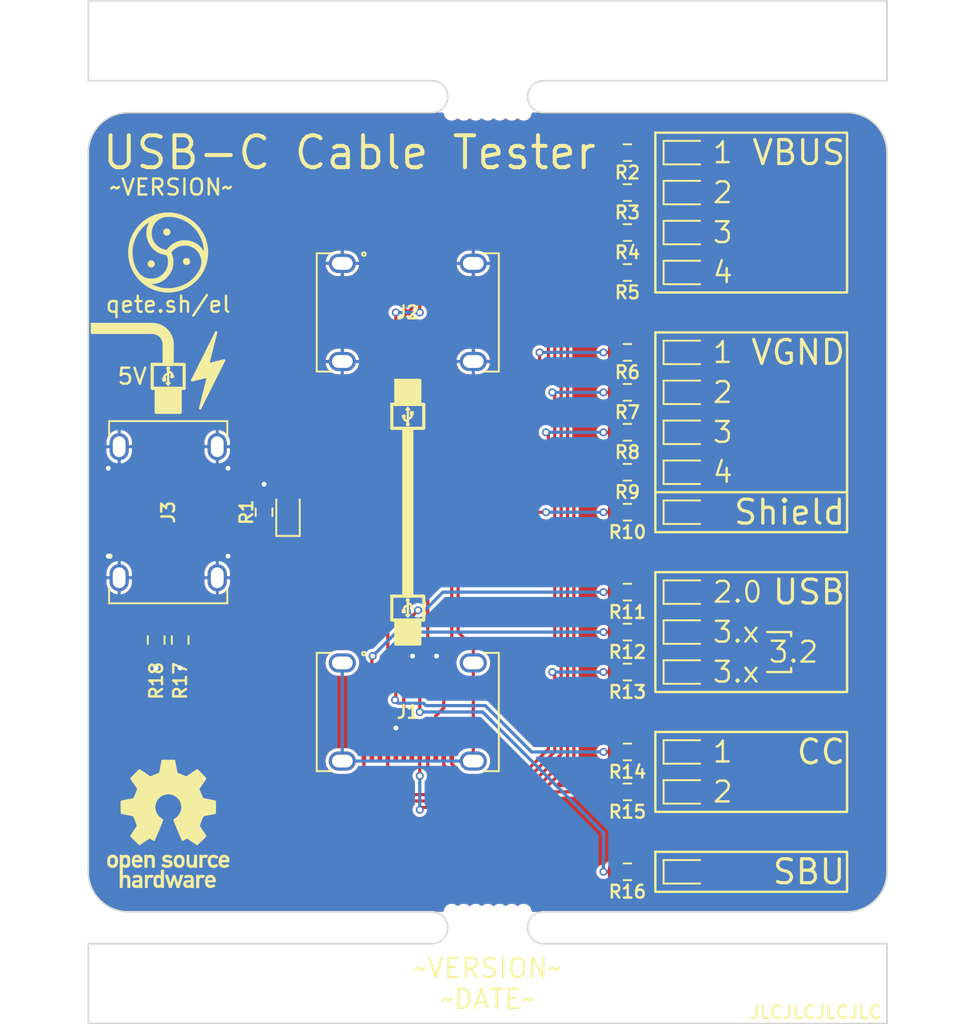
<source format=kicad_pcb>
(kicad_pcb (version 20221018) (generator pcbnew)
  (title_block (title "USB-C Cable Tester") (date "${DATE}") (rev "${VERSION}"))
  (layers (0 "F.Cu" signal) (31 "B.Cu" signal) (34 "B.Paste" user) (35 "F.Paste" user) (36 "B.SilkS" user "B.Silkscreen") (37 "F.SilkS" user "F.Silkscreen") (38 "B.Mask" user) (39 "F.Mask" user) (44 "Edge.Cuts" user))
  (property "DATE" "~DATE~")
  (property "VERSION" "~VERSION~")
  (net 0 "")
  (net 1 "GND")
  (net 2 "+5V")
  (net 3 "Net-(J1-RX1+)")
  (net 4 "Net-(J1-RX2+)")
  (net 5 "/VBUS1")
  (net 6 "/VBUS2")
  (net 7 "/VBUS3")
  (net 8 "/VBUS4")
  (net 9 "/GND1")
  (net 10 "/GND2")
  (net 11 "/GND3")
  (net 12 "/GND4")
  (net 13 "/SHIELD")
  (net 14 "/USB2.0")
  (net 15 "/USB3.0")
  (net 16 "/USB3.2")
  (net 17 "/CC1")
  (net 18 "/CC2")
  (net 19 "/SBU")
  (net 22 "Net-(J3-CC1)")
  (net 30 "Net-(J3-CC2)")
  (net 36 "/TX1+{slash}-")
  (net 37 "/D+{slash}-")
  (net 38 "/SBU1{slash}2")
  (net 39 "/RX2+{slash}-")
  (net 40 "/TX2+{slash}-")
  (net 41 "/RX1+{slash}-")
  (net 42 "Net-(D1-K)")
  (net 43 "Net-(D2-K)")
  (net 44 "Net-(D3-K)")
  (net 45 "Net-(D4-K)")
  (net 46 "Net-(D5-K)")
  (net 47 "Net-(D6-K)")
  (net 48 "Net-(D7-K)")
  (net 49 "Net-(D8-K)")
  (net 50 "Net-(D9-K)")
  (net 51 "Net-(D10-K)")
  (net 52 "Net-(D11-K)")
  (net 53 "Net-(D12-K)")
  (net 54 "Net-(D13-K)")
  (net 55 "Net-(D14-K)")
  (net 56 "Net-(D15-K)")
  (net 57 "Net-(D16-K)")
  (footprint "My_Footprints:USB_C_Receptacle_GT-USB-7028C" (layer "F.Cu") (at 130 100 90)
    (fp_text reference "J3")
    (fp_text value "USB_C_Power")
  )
  (footprint "LED_SMD:LED_0603_1608Metric" (layer "F.Cu") (at 162.5 117.5)
    (fp_text reference "D15" hide)
    (fp_text value "CC2")
  )
  (footprint "My_Footprints:JLCPCB_Tooling_Hole" (layer "F.Cu") (at 172.5 129.5)
    (fp_text reference "REF**" hide)
    (fp_text value "JLCPCB_Tooling_Hole")
  )
  (footprint "My_Footprints:JLCPCB_Tooling_Hole" (layer "F.Cu") (at 127.5 70.5)
    (fp_text reference "REF**" hide)
    (fp_text value "JLCPCB_Tooling_Hole")
  )
  (footprint "Resistor_SMD:R_0603_1608Metric" (layer "F.Cu") (at 158.75 92.5)
    (fp_text reference "R7")
    (fp_text value "1k5")
  )
  (footprint "Resistor_SMD:R_0603_1608Metric" (layer "F.Cu") (at 158.75 80)
    (fp_text reference "R3")
    (fp_text value "1k5")
  )
  (footprint "LED_SMD:LED_0603_1608Metric" (layer "F.Cu") (at 162.5 82.5)
    (fp_text reference "D4" hide)
    (fp_text value "VBUS3")
  )
  (footprint "LED_SMD:LED_0603_1608Metric" (layer "F.Cu") (at 162.5 115)
    (fp_text reference "D14" hide)
    (fp_text value "CC1")
  )
  (footprint "Resistor_SMD:R_0603_1608Metric" (layer "F.Cu") (at 158.75 107.5)
    (fp_text reference "R12")
    (fp_text value "1k5")
  )
  (footprint "My_Footprints:USB_C_Receptacle_GT-USB-7028C" (layer "F.Cu") (at 145 112.5)
    (fp_text reference "J1")
    (fp_text value "USB_C_IN")
  )
  (footprint "Resistor_SMD:R_0603_1608Metric" (layer "F.Cu") (at 158.75 85)
    (fp_text reference "R5")
    (fp_text value "1k5")
  )
  (footprint "LED_SMD:LED_0603_1608Metric" (layer "F.Cu") (at 162.5 85)
    (fp_text reference "D5" hide)
    (fp_text value "VBUS4")
  )
  (footprint "Resistor_SMD:R_0603_1608Metric" (layer "F.Cu") (at 158.75 95)
    (fp_text reference "R8")
    (fp_text value "1k5")
  )
  (footprint "Resistor_SMD:R_0603_1608Metric" (layer "F.Cu") (at 129.25 108 -90)
    (fp_text reference "R18")
    (fp_text value "5k1")
  )
  (footprint "Resistor_SMD:R_0603_1608Metric" (layer "F.Cu") (at 130.75 108 -90)
    (fp_text reference "R17")
    (fp_text value "5k1")
  )
  (footprint "Resistor_SMD:R_0603_1608Metric" (layer "F.Cu") (at 158.75 117.5)
    (fp_text reference "R15")
    (fp_text value "1k5")
  )
  (footprint "LED_SMD:LED_0603_1608Metric" (layer "F.Cu") (at 162.5 100)
    (fp_text reference "D10" hide)
    (fp_text value "Shield")
  )
  (footprint "Panelization:mouse-bite-2x5mm-slot-onesided-v2" (layer "F.Cu") (at 150 126)
    (fp_text reference "mouse-bite-2mm-slot" hide)
    (fp_text value "VAL**" hide)
    (fp_arc (start -3.5 -1) (mid -2.5 0) (end -3.5 1) (stroke (width 0.1)) (layer "Edge.Cuts"))
    (fp_arc (start 3.5 1) (mid 2.5 0) (end 3.5 -1) (stroke (width 0.1)) (layer "Edge.Cuts"))
  )
  (footprint "LED_SMD:LED_0603_1608Metric" (layer "F.Cu") (at 162.5 95)
    (fp_text reference "D8" hide)
    (fp_text value "GND3")
  )
  (footprint "Resistor_SMD:R_0603_1608Metric" (layer "F.Cu") (at 158.75 100)
    (fp_text reference "R10")
    (fp_text value "1k5")
  )
  (footprint "LED_SMD:LED_0603_1608Metric" (layer "F.Cu") (at 162.5 90)
    (fp_text reference "D6" hide)
    (fp_text value "GND1")
  )
  (footprint "LED_SMD:LED_0603_1608Metric" (layer "F.Cu") (at 162.5 122.5)
    (fp_text reference "D16" hide)
    (fp_text value "SBU")
  )
  (footprint "LED_SMD:LED_0603_1608Metric" (layer "F.Cu") (at 162.5 77.5)
    (fp_text reference "D2" hide)
    (fp_text value "VBUS1")
  )
  (footprint "My_Footprints:USB_C_Receptacle_GT-USB-7028C" (layer "F.Cu") (at 145 87.5)
    (fp_text reference "J2")
    (fp_text value "USB_C_OUT")
  )
  (footprint "Resistor_SMD:R_0603_1608Metric" (layer "F.Cu") (at 158.75 122.5)
    (fp_text reference "R16")
    (fp_text value "1k5")
  )
  (footprint "Symbol:OSHW-Logo_7.5x8mm_SilkScreen" (layer "F.Cu") (at 130 119.5)
    (fp_text reference "REF**" hide)
    (fp_text value "OSHW-Logo_7.5x8mm_SilkScreen" hide)
  )
  (footprint "LED_SMD:LED_0603_1608Metric" (layer "F.Cu") (at 162.5 110)
    (fp_text reference "D13" hide)
    (fp_text value "USB3.2")
  )
  (footprint "LED_SMD:LED_0603_1608Metric" (layer "F.Cu") (at 162.5 92.5)
    (fp_text reference "D7" hide)
    (fp_text value "GND2")
  )
  (footprint "LED_SMD:LED_0603_1608Metric" (layer "F.Cu") (at 162.5 105)
    (fp_text reference "D11" hide)
    (fp_text value "USB2.0")
  )
  (footprint "My_Footprints:JLCPCB_Tooling_Hole" (layer "F.Cu") (at 127.5 129.5)
    (fp_text reference "REF**" hide)
    (fp_text value "JLCPCB_Tooling_Hole")
  )
  (footprint "LED_SMD:LED_0603_1608Metric" (layer "F.Cu") (at 162.5 97.5)
    (fp_text reference "D9" hide)
    (fp_text value "GND4")
  )
  (footprint "Resistor_SMD:R_0603_1608Metric" (layer "F.Cu") (at 158.75 90)
    (fp_text reference "R6")
    (fp_text value "1k5")
  )
  (footprint "Resistor_SMD:R_0603_1608Metric" (layer "F.Cu") (at 158.75 77.5)
    (fp_text reference "R2")
    (fp_text value "1k5")
  )
  (footprint "My_Footprints:JLCPCB_Tooling_Hole" (layer "F.Cu") (at 172.75 70.5)
    (fp_text reference "REF**" hide)
    (fp_text value "JLCPCB_Tooling_Hole")
  )
  (footprint "Resistor_SMD:R_0603_1608Metric" (layer "F.Cu") (at 136 100 -90)
    (fp_text reference "R1")
    (fp_text value "1k5")
  )
  (footprint "LED_SMD:LED_0603_1608Metric" (layer "F.Cu") (at 137.5 100 90)
    (fp_text reference "D1" hide)
    (fp_text value "PWR")
  )
  (footprint "LED_SMD:LED_0603_1608Metric" (layer "F.Cu") (at 162.5 107.5)
    (fp_text reference "D12" hide)
    (fp_text value "USB3.0")
  )
  (footprint "LED_SMD:LED_0603_1608Metric" (layer "F.Cu") (at 162.5 80)
    (fp_text reference "D3" hide)
    (fp_text value "VBUS2")
  )
  (footprint "Panelization:mouse-bite-2x5mm-slot-onesided-v2" (layer "F.Cu") (at 150 74 180)
    (fp_text reference "mouse-bite-2mm-slot" hide)
    (fp_text value "VAL**" hide)
    (fp_arc (start -3.5 -1) (mid -2.5 0) (end -3.5 1) (stroke (width 0.1)) (layer "Edge.Cuts"))
    (fp_arc (start 3.5 1) (mid 2.5 0) (end 3.5 -1) (stroke (width 0.1)) (layer "Edge.Cuts"))
  )
  (footprint "Resistor_SMD:R_0603_1608Metric" (layer "F.Cu") (at 158.75 110)
    (fp_text reference "R13")
    (fp_text value "1k5")
  )
  (footprint "My_Footprints:CutieMark5mmInverted" (layer "F.Cu") (at 130 83.75)
    (fp_text reference "G***" hide)
    (fp_text value "LOGO" hide)
  )
  (footprint "Resistor_SMD:R_0603_1608Metric" (layer "F.Cu") (at 158.75 82.5)
    (fp_text reference "R4")
    (fp_text value "1k5")
  )
  (footprint "Resistor_SMD:R_0603_1608Metric" (layer "F.Cu") (at 158.75 115)
    (fp_text reference "R14")
    (fp_text value "1k5")
  )
  (footprint "Resistor_SMD:R_0603_1608Metric" (layer "F.Cu") (at 158.75 105)
    (fp_text reference "R11")
    (fp_text value "1k5")
  )
  (footprint "Resistor_SMD:R_0603_1608Metric" (layer "F.Cu") (at 158.75 97.5)
    (fp_text reference "R9")
    (fp_text value "1k5")
  )
  (gr_rect (start 160.5 121.25) (end 172.5 123.75) (stroke (width 0.15)) (fill none) (layer "F.SilkS"))
  (gr_circle (center 144.75 94) (end 144.85 94) (stroke (width 0.05)) (fill solid) (layer "F.SilkS"))
  (gr_rect (start 160.5 113.75) (end 172.5 118.75) (stroke (width 0.15)) (fill none) (layer "F.SilkS"))
  (gr_poly (pts (xy 145.15 93.7) (xy 145.15 93.9) (xy 145.35 93.9) (xy 145.35 93.7)) (stroke (width 0.05)) (fill solid) (layer "F.SilkS"))
  (gr_circle (center 130.25 91.5) (end 130.15 91.5) (stroke (width 0.05)) (fill solid) (layer "F.SilkS"))
  (gr_line (start 169 107.75) (end 169 107.5) (stroke (width 0.15)) (layer "F.SilkS"))
  (gr_arc (start 145 94.3) (mid 144.823223 94.226777) (end 144.75 94.05) (stroke (width 0.15)) (layer "F.SilkS"))
  (gr_rect (start 131 92.25) (end 129 90.75) (stroke (width 0.2)) (fill none) (layer "F.SilkS"))
  (gr_line (start 160.5 98.75) (end 172.5 98.75) (stroke (width 0.15)) (layer "F.SilkS"))
  (gr_poly (pts (xy 145 93.4) (xy 144.85 93.6) (xy 145.15 93.6)) (stroke (width 0.05)) (fill solid) (layer "F.SilkS"))
  (gr_rect (start 144.25 106.75) (end 145.75 108.25) (stroke (width 0.2)) (fill solid) (layer "F.SilkS"))
  (gr_rect (start 144.75 94.75) (end 145.25 105.25) (stroke (width 0.2)) (fill solid) (layer "F.SilkS"))
  (gr_rect (start 129.75 89.5) (end 130.25 90.75) (stroke (width 0.2)) (fill solid) (layer "F.SilkS"))
  (gr_arc (start 129 88.5) (mid 129.707106 88.792893) (end 130 89.5) (stroke (width 0.7)) (layer "F.SilkS"))
  (gr_poly (pts (xy 133 88.75) (xy 131.5 91.75) (xy 132.5 91.5) (xy 132 93.5) (xy 133.5 90.5) (xy 132.5 90.75)) (stroke (width 0.15)) (fill solid) (layer "F.SilkS"))
  (gr_circle (center 145 94.5) (end 145.1 94.5) (stroke (width 0.05)) (fill solid) (layer "F.SilkS"))
  (gr_line (start 145 94.5) (end 145 93.5) (stroke (width 0.15)) (layer "F.SilkS"))
  (gr_rect (start 160.5 103.75) (end 172.5 111.25) (stroke (width 0.15)) (fill none) (layer "F.SilkS"))
  (gr_rect (start 144.25 91.75) (end 145.75 93.25) (stroke (width 0.2)) (fill solid) (layer "F.SilkS"))
  (gr_poly (pts (xy 129.85 91.8) (xy 129.85 91.6) (xy 129.65 91.6) (xy 129.65 91.8)) (stroke (width 0.05)) (fill solid) (layer "F.SilkS"))
  (gr_rect (start 125.25 88.25) (end 129 88.75) (stroke (width 0.2)) (fill solid) (layer "F.SilkS"))
  (gr_rect (start 144 105.25) (end 146 106.75) (stroke (width 0.2)) (fill none) (layer "F.SilkS"))
  (gr_circle (center 145 105.5) (end 144.9 105.5) (stroke (width 0.05)) (fill solid) (layer "F.SilkS"))
  (gr_rect (start 160.5 88.75) (end 172.5 101.25) (stroke (width 0.15)) (fill none) (layer "F.SilkS"))
  (gr_arc (start 130 91.2) (mid 130.176777 91.273223) (end 130.25 91.45) (stroke (width 0.15)) (layer "F.SilkS"))
  (gr_rect (start 160.5 76.25) (end 172.5 86.25) (stroke (width 0.15)) (fill none) (layer "F.SilkS"))
  (gr_arc (start 129.75 91.6) (mid 129.823223 91.423223) (end 130 91.35) (stroke (width 0.15)) (layer "F.SilkS"))
  (gr_arc (start 145.25 93.9) (mid 145.176777 94.076777) (end 145 94.15) (stroke (width 0.15)) (layer "F.SilkS"))
  (gr_poly (pts (xy 144.85 106.3) (xy 144.85 106.1) (xy 144.65 106.1) (xy 144.65 106.3)) (stroke (width 0.05)) (fill solid) (layer "F.SilkS"))
  (gr_line (start 145 105.5) (end 145 106.5) (stroke (width 0.15)) (layer "F.SilkS"))
  (gr_circle (center 145.25 106) (end 145.15 106) (stroke (width 0.05)) (fill solid) (layer "F.SilkS"))
  (gr_poly (pts (xy 130 92.1) (xy 130.15 91.9) (xy 129.85 91.9)) (stroke (width 0.05)) (fill solid) (layer "F.SilkS"))
  (gr_arc (start 145 105.7) (mid 145.176777 105.773223) (end 145.25 105.95) (stroke (width 0.15)) (layer "F.SilkS"))
  (gr_rect (start 130.75 93.75) (end 129.25 92.25) (stroke (width 0.2)) (fill solid) (layer "F.SilkS"))
  (gr_rect (start 144 93.25) (end 146 94.75) (stroke (width 0.2)) (fill none) (layer "F.SilkS"))
  (gr_arc (start 144.75 106.1) (mid 144.823223 105.923223) (end 145 105.85) (stroke (width 0.15)) (layer "F.SilkS"))
  (gr_line (start 130 91) (end 130 92) (stroke (width 0.15)) (layer "F.SilkS"))
  (gr_circle (center 130 91) (end 129.9 91) (stroke (width 0.05)) (fill solid) (layer "F.SilkS"))
  (gr_poly (pts (xy 145 106.6) (xy 145.15 106.4) (xy 144.85 106.4)) (stroke (width 0.05)) (fill solid) (layer "F.SilkS"))
  (gr_line (start 169 110) (end 167.5 110) (stroke (width 0.15)) (layer "F.SilkS"))
  (gr_line (start 169 107.5) (end 167.5 107.5) (stroke (width 0.15)) (layer "F.SilkS"))
  (gr_line (start 169 109.75) (end 169 110) (stroke (width 0.15)) (layer "F.SilkS"))
  (gr_line (start 146.5 125) (end 127.5 125) (stroke (width 0.1)) (layer "Edge.Cuts"))
  (gr_line (start 172.5 125) (end 153.5 125) (stroke (width 0.1)) (layer "Edge.Cuts"))
  (gr_line (start 175 132) (end 175 127) (stroke (width 0.1)) (layer "Edge.Cuts"))
  (gr_line (start 175 73) (end 175 68) (stroke (width 0.1)) (layer "Edge.Cuts"))
  (gr_line (start 146.5 127) (end 125 127) (stroke (width 0.1)) (layer "Edge.Cuts"))
  (gr_line (start 175 68) (end 125 68) (stroke (width 0.1)) (layer "Edge.Cuts"))
  (gr_line (start 125 68) (end 125 73) (stroke (width 0.1)) (layer "Edge.Cuts"))
  (gr_line (start 125 127) (end 125 132) (stroke (width 0.1)) (layer "Edge.Cuts"))
  (gr_line (start 175 77.5) (end 175 122.5) (stroke (width 0.1)) (layer "Edge.Cuts"))
  (gr_line (start 153.5 73) (end 175 73) (stroke (width 0.1)) (layer "Edge.Cuts"))
  (gr_line (start 175 127) (end 153.5 127) (stroke (width 0.1)) (layer "Edge.Cuts"))
  (gr_arc (start 172.5 75) (mid 174.267767 75.732233) (end 175 77.5) (stroke (width 0.1)) (layer "Edge.Cuts"))
  (gr_arc (start 125 77.5) (mid 125.732233 75.732233) (end 127.5 75) (stroke (width 0.1)) (layer "Edge.Cuts"))
  (gr_arc (start 127.5 125) (mid 125.732233 124.267767) (end 125 122.5) (stroke (width 0.1)) (layer "Edge.Cuts"))
  (gr_arc (start 175 122.5) (mid 174.267767 124.267767) (end 172.5 125) (stroke (width 0.1)) (layer "Edge.Cuts"))
  (gr_line (start 125 73) (end 146.5 73) (stroke (width 0.1)) (layer "Edge.Cuts"))
  (gr_line (start 125 132) (end 175 132) (stroke (width 0.1)) (layer "Edge.Cuts"))
  (gr_line (start 153.5 75) (end 172.5 75) (stroke (width 0.1)) (layer "Edge.Cuts"))
  (gr_line (start 127.5 75) (end 146.5 75) (stroke (width 0.1)) (layer "Edge.Cuts"))
  (gr_line (start 125 122.5) (end 125 77.5) (stroke (width 0.1)) (layer "Edge.Cuts"))
  (gr_text "VGND" (at 172.5 90) (layer "F.SilkS") (effects (font (size 1.5 1.5) (thickness 0.2)) (justify right)))
  (gr_text "2" (at 164 80) (layer "F.SilkS") (effects (font (size 1.3 1.3)) (justify left)))
  (gr_text "3" (at 164 95) (layer "F.SilkS") (effects (font (size 1.3 1.3)) (justify left)))
  (gr_text "1" (at 164 115) (layer "F.SilkS") (effects (font (size 1.3 1.3)) (justify left)))
  (gr_text "VBUS" (at 172.5 77.5) (layer "F.SilkS") (effects (font (size 1.5 1.5) (thickness 0.2)) (justify right)))
  (gr_text "SBU" (at 172.5 122.5) (layer "F.SilkS") (effects (font (size 1.5 1.5) (thickness 0.2)) (justify right)))
  (gr_text "qete.sh/el" (at 130 87) (layer "F.SilkS") (effects (font (size 1 1))))
  (gr_text "CC" (at 172.5 115) (layer "F.SilkS") (effects (font (size 1.5 1.5) (thickness 0.2)) (justify right)))
  (gr_text "3.x" (at 164 110) (layer "F.SilkS") (effects (font (size 1.3 1.3)) (justify left)))
  (gr_text "3.x" (at 164 107.5) (layer "F.SilkS") (effects (font (size 1.3 1.3)) (justify left)))
  (gr_text "4" (at 164 85) (layer "F.SilkS") (effects (font (size 1.3 1.3)) (justify left)))
  (gr_text "2.0" (at 164 105) (layer "F.SilkS") (effects (font (size 1.3 1.3)) (justify left)))
  (gr_text "${VERSION}\n${DATE}" (at 150 129.5) (layer "F.SilkS") (effects (font (size 1.2 1.2))))
  (gr_text "1" (at 164 90) (layer "F.SilkS") (effects (font (size 1.3 1.3)) (justify left)))
  (gr_text "2" (at 164 117.5) (layer "F.SilkS") (effects (font (size 1.3 1.3)) (justify left)))
  (gr_text "USB" (at 172.5 105) (layer "F.SilkS") (effects (font (size 1.5 1.5) (thickness 0.2)) (justify right)))
  (gr_text "Shield" (at 172.5 100) (layer "F.SilkS") (effects (font (size 1.5 1.5) (thickness 0.2)) (justify right)))
  (gr_text "JLCJLCJLCJLC" (at 174.75 131.75) (layer "F.SilkS") (effects (font (size 0.8 0.8)) (justify right bottom)))
  (gr_text "4" (at 164 97.5) (layer "F.SilkS") (effects (font (size 1.3 1.3)) (justify left)))
  (gr_text "5V" (at 128.75 91.5) (layer "F.SilkS") (effects (font (size 1 1)) (justify right)))
  (gr_text "2" (at 164 92.5) (layer "F.SilkS") (effects (font (size 1.3 1.3)) (justify left)))
  (gr_text "3" (at 164 82.5) (layer "F.SilkS") (effects (font (size 1.3 1.3)) (justify left)))
  (gr_text "${VERSION}" (at 126.25 80.25) (layer "F.SilkS") (effects (font (size 1 1)) (justify left bottom)))
  (gr_text "USB-C Cable Tester" (at 125.75 77.5) (layer "F.SilkS") (effects (font (size 2 2) (thickness 0.25)) (justify left)))
  (gr_text "1" (at 164 77.5) (layer "F.SilkS") (effects (font (size 1.3 1.3)) (justify left)))
  (gr_text "3.2" (at 167.5 108.75) (layer "F.SilkS") (effects (font (size 1.3 1.3)) (justify left)))
  (segment (start 144.75 114.8) (end 144.75 113.75) (width 0.2) (layer "F.Cu") (net 1))
  (segment (start 144.25 114.8) (end 144.25 113.5) (width 0.2) (layer "F.Cu") (net 1))
  (segment (start 129.25 108.825) (end 129.25 109.75) (width 0.2) (layer "F.Cu") (net 1))
  (segment (start 127.7 102.75) (end 126.25 102.75) (width 0.2) (layer "F.Cu") (net 1))
  (segment (start 130.75 108.825) (end 130.75 109.75) (width 0.2) (layer "F.Cu") (net 1))
  (segment (start 127.7 97.25) (end 126.25 97.25) (width 0.2) (layer "F.Cu") (net 1))
  (segment (start 143.5 113.5) (end 143.25 113.75) (width 0.2) (layer "F.Cu") (net 1))
  (segment (start 144.25 113.5) (end 143.5 113.5) (width 0.2) (layer "F.Cu") (net 1))
  (segment (start 145.25 110.2) (end 145.25 109.0495) (width 0.2) (layer "F.Cu") (net 1))
  (segment (start 146.75 109.0495) (end 146.7995 109) (width 0.2) (layer "F.Cu") (net 1))
  (segment (start 143.25 113.75) (end 143.25 114.8) (width 0.2) (layer "F.Cu") (net 1))
  (segment (start 132.3 102.75) (end 133.75 102.75) (width 0.2) (layer "F.Cu") (net 1))
  (segment (start 132.3 97.25) (end 133.75 97.25) (width 0.2) (layer "F.Cu") (net 1))
  (segment (start 146.75 110.2) (end 146.75 109.0495) (width 0.2) (layer "F.Cu") (net 1))
  (segment (start 136 99.175) (end 136 98.25) (width 0.2) (layer "F.Cu") (net 1))
  (segment (start 144.25 113.5) (end 144.5 113.5) (width 0.2) (layer "F.Cu") (net 1))
  (segment (start 145.25 109.0495) (end 145.2995 109) (width 0.2) (layer "F.Cu") (net 1))
  (segment (start 144.5 113.5) (end 144.75 113.75) (width 0.2) (layer "F.Cu") (net 1))
  (via (at 126.25 102.75) (size 0.5) (drill 0.3) (layers "F.Cu" "B.Cu") (net 1))
  (via (at 126.25 97.25) (size 0.5) (drill 0.3) (layers "F.Cu" "B.Cu") (net 1))
  (via (at 146.7995 109) (size 0.5) (drill 0.3) (layers "F.Cu" "B.Cu") (net 1))
  (via (at 133.75 102.75) (size 0.5) (drill 0.3) (layers "F.Cu" "B.Cu") (net 1))
  (via (at 133.75 97.25) (size 0.5) (drill 0.3) (layers "F.Cu" "B.Cu") (net 1))
  (via (at 145.2995 109) (size 0.5) (drill 0.3) (layers "F.Cu" "B.Cu") (net 1))
  (via (at 136 98.25) (size 0.5) (drill 0.3) (layers "F.Cu" "B.Cu") (net 1))
  (via (at 144.25 113.5) (size 0.5) (drill 0.3) (layers "F.Cu" "B.Cu") (net 1))
  (via (at 129.25 109.75) (size 0.5) (drill 0.3) (layers "F.Cu" "B.Cu") (net 1))
  (via (at 130.75 109.75) (size 0.5) (drill 0.3) (layers "F.Cu" "B.Cu") (net 1))
  (segment (start 142.75 112.75) (end 143.25 112.25) (width 0.2) (layer "F.Cu") (net 3))
  (segment (start 142.75 114.8) (end 142.75 112.75) (width 0.2) (layer "F.Cu") (net 3))
  (segment (start 143.25 112.25) (end 143.25 110.2) (width 0.2) (layer "F.Cu") (net 3))
  (segment (start 146.75 112.75) (end 147.25 112.25) (width 0.2) (layer "F.Cu") (net 4))
  (segment (start 147.25 112.25) (end 147.25 110.2) (width 0.2) (layer "F.Cu") (net 4))
  (segment (start 146.75 114.8) (end 146.75 112.75) (width 0.2) (layer "F.Cu") (net 4))
  (segment (start 152.7005 95.393504) (end 153 95.693004) (width 0.2) (layer "F.Cu") (net 5))
  (segment (start 156.5 77.5) (end 153.8 80.2) (width 0.2) (layer "F.Cu") (net 5))
  (segment (start 152.7005 92.506497) (end 152.7005 95.393504) (width 0.2) (layer "F.Cu") (net 5))
  (segment (start 153.8 80.2) (end 153.8 91.406997) (width 0.2) (layer "F.Cu") (net 5))
  (segment (start 157.925 77.5) (end 156.5 77.5) (width 0.2) (layer "F.Cu") (net 5))
  (segment (start 153.8 91.406997) (end 152.7005 92.506497) (width 0.2) (layer "F.Cu") (net 5))
  (segment (start 153 95.693004) (end 153 98) (width 0.2) (layer "F.Cu") (net 5))
  (segment (start 153 98) (end 143.75 107.25) (width 0.2) (layer "F.Cu") (net 5))
  (segment (start 143.75 107.25) (end 143.75 110.2) (width 0.2) (layer "F.Cu") (net 5))
  (segment (start 156.5 80) (end 154.2 82.3) (width 0.2) (layer "F.Cu") (net 6))
  (segment (start 146.25 105.315686) (end 146.25 110.2) (width 0.2) (layer "F.Cu") (net 6))
  (segment (start 157.925 80) (end 156.5 80) (width 0.2) (layer "F.Cu") (net 6))
  (segment (start 154.2 82.3) (end 154.2 91.572682) (width 0.2) (layer "F.Cu") (net 6))
  (segment (start 153.4 95.527318) (end 153.4 98.165686) (width 0.2) (layer "F.Cu") (net 6))
  (segment (start 154.2 91.572682) (end 153.1005 92.672182) (width 0.2) (layer "F.Cu") (net 6))
  (segment (start 153.1005 92.672182) (end 153.1005 95.227818) (width 0.2) (layer "F.Cu") (net 6))
  (segment (start 153.1005 95.227818) (end 153.4 95.527318) (width 0.2) (layer "F.Cu") (net 6))
  (segment (start 153.4 98.165686) (end 146.25 105.315686) (width 0.2) (layer "F.Cu") (net 6))
  (segment (start 157.925 82.5) (end 156.5 82.5) (width 0.2) (layer "F.Cu") (net 7))
  (segment (start 146.25 116.25) (end 146.25 114.8) (width 0.2) (layer "F.Cu") (net 7))
  (segment (start 147.27 117.27) (end 146.25 116.25) (width 0.2) (layer "F.Cu") (net 7))
  (segment (start 154.6 84.4) (end 154.6 115.15) (width 0.2) (layer "F.Cu") (net 7))
  (segment (start 152.48 117.27) (end 147.27 117.27) (width 0.2) (layer "F.Cu") (net 7))
  (segment (start 154.6 115.15) (end 152.48 117.27) (width 0.2) (layer "F.Cu") (net 7))
  (segment (start 156.5 82.5) (end 154.6 84.4) (width 0.2) (layer "F.Cu") (net 7))
  (segment (start 155 115.315686) (end 152.645685 117.67) (width 0.2) (layer "F.Cu") (net 8))
  (segment (start 152.645685 117.67) (end 145.17 117.67) (width 0.2) (layer "F.Cu") (net 8))
  (segment (start 143.75 116.25) (end 143.75 114.8) (width 0.2) (layer "F.Cu") (net 8))
  (segment (start 145.17 117.67) (end 143.75 116.25) (width 0.2) (layer "F.Cu") (net 8))
  (segment (start 156.5 85) (end 155 86.5) (width 0.2) (layer "F.Cu") (net 8))
  (segment (start 157.925 85) (end 156.5 85) (width 0.2) (layer "F.Cu") (net 8))
  (segment (start 155 86.5) (end 155 115.315686) (width 0.2) (layer "F.Cu") (net 8))
  (segment (start 157.25 90) (end 157.925 90) (width 0.2) (layer "F.Cu") (net 9))
  (segment (start 153.2505 90) (end 153.2505 91.390812) (width 0.2) (layer "F.Cu") (net 9))
  (segment (start 152.3005 92.340812) (end 152.3005 95.55919) (width 0.2) (layer "F.Cu") (net 9))
  (segment (start 142.25 108.184314) (end 142.25 110.2) (width 0.2) (layer "F.Cu") (net 9))
  (segment (start 153.2505 91.390812) (end 152.3005 92.340812) (width 0.2) (layer "F.Cu") (net 9))
  (segment (start 152.3005 95.55919) (end 152.6 95.85869) (width 0.2) (layer "F.Cu") (net 9))
  (segment (start 152.6 97.834314) (end 142.25 108.184314) (width 0.2) (layer "F.Cu") (net 9))
  (segment (start 152.6 95.85869) (end 152.6 97.834314) (width 0.2) (layer "F.Cu") (net 9))
  (via (at 153.2505 90) (size 0.5) (drill 0.3) (layers "F.Cu" "B.Cu") (net 9))
  (via (at 157.25 90) (size 0.5) (drill 0.3) (layers "F.Cu" "B.Cu") (net 9))
  (segment (start 153.2505 90) (end 157.25 90) (width 0.2) (layer "B.Cu") (net 9))
  (segment (start 153.5005 110.3505) (end 153.5005 109.7495) (width 0.2) (layer "F.Cu") (net 10))
  (segment (start 153.8 110.65) (end 153.5005 110.3505) (width 0.2) (layer "F.Cu") (net 10))
  (segment (start 147.75 114.8) (end 147.75 115.742792) (width 0.2) (layer "F.Cu") (net 10))
  (segment (start 148.477208 116.47) (end 152.148628 116.47) (width 0.2) (layer "F.Cu") (net 10))
  (segment (start 154.2 109.05) (end 154.2 92.6495) (width 0.2) (layer "F.Cu") (net 10))
  (segment (start 147.75 115.742792) (end 148.477208 116.47) (width 0.2) (layer "F.Cu") (net 10))
  (segment (start 152.148628 116.47) (end 153.8 114.818628) (width 0.2) (layer "F.Cu") (net 10))
  (segment (start 153.8 114.818628) (end 153.8 110.65) (width 0.2) (layer "F.Cu") (net 10))
  (segment (start 157.25 92.5) (end 157.925 92.5) (width 0.2) (layer "F.Cu") (net 10))
  (segment (start 153.5005 109.7495) (end 154.2 109.05) (width 0.2) (layer "F.Cu") (net 10))
  (segment (start 154.2 92.6495) (end 154.0505 92.5) (width 0.2) (layer "F.Cu") (net 10))
  (via (at 154.0505 92.5) (size 0.5) (drill 0.3) (layers "F.Cu" "B.Cu") (net 10))
  (via (at 157.25 92.5) (size 0.5) (drill 0.3) (layers "F.Cu" "B.Cu") (net 10))
  (segment (start 154.0505 92.5) (end 157.25 92.5) (width 0.2) (layer "B.Cu") (net 10))
  (segment (start 157.25 95) (end 157.925 95) (width 0.2) (layer "F.Cu") (net 11))
  (segment (start 153.8 95.1495) (end 153.6505 95) (width 0.2) (layer "F.Cu") (net 11))
  (segment (start 153.8 95.95) (end 153.8 95.1495) (width 0.2) (layer "F.Cu") (net 11))
  (segment (start 153.8 98.331372) (end 153.8 95.95) (width 0.2) (layer "F.Cu") (net 11))
  (segment (start 147.75 110.2) (end 147.75 104.381372) (width 0.2) (layer "F.Cu") (net 11))
  (segment (start 147.75 104.381372) (end 153.8 98.331372) (width 0.2) (layer "F.Cu") (net 11))
  (via (at 153.6505 95) (size 0.5) (drill 0.3) (layers "F.Cu" "B.Cu") (net 11))
  (via (at 157.25 95) (size 0.5) (drill 0.3) (layers "F.Cu" "B.Cu") (net 11))
  (segment (start 153.6505 95) (end 157.25 95) (width 0.2) (layer "B.Cu") (net 11))
  (segment (start 144.07 118.07) (end 152.811371 118.07) (width 0.2) (layer "F.Cu") (net 12))
  (segment (start 155.4 115.481371) (end 155.4 98.6) (width 0.2) (layer "F.Cu") (net 12))
  (segment (start 152.811371 118.07) (end 155.4 115.481371) (width 0.2) (layer "F.Cu") (net 12))
  (segment (start 156.5 97.5) (end 157.925 97.5) (width 0.2) (layer "F.Cu") (net 12))
  (segment (start 142.25 116.25) (end 144.07 118.07) (width 0.2) (layer "F.Cu") (net 12))
  (segment (start 155.4 98.6) (end 156.5 97.5) (width 0.2) (layer "F.Cu") (net 12))
  (segment (start 142.25 114.8) (end 142.25 116.25) (width 0.2) (layer "F.Cu") (net 12))
  (segment (start 149.1 108.45) (end 148.15 107.5) (width 0.2) (layer "F.Cu") (net 13))
  (segment (start 152.697058 100) (end 153.6505 100) (width 0.2) (layer "F.Cu") (net 13))
  (segment (start 157.25 100) (end 157.925 100) (width 0.2) (layer "F.Cu") (net 13))
  (segment (start 148.15 107.5) (end 148.15 104.547058) (width 0.2) (layer "F.Cu") (net 13))
  (segment (start 149.1 109.43) (end 149.1 115.57) (width 0.2) (layer "F.Cu") (net 13))
  (segment (start 148.15 104.547058) (end 152.697058 100) (width 0.2) (layer "F.Cu") (net 13))
  (segment (start 149.1 109.43) (end 149.1 108.45) (width 0.2) (layer "F.Cu") (net 13))
  (via (at 153.6505 100) (size 0.5) (drill 0.3) (layers "F.Cu" "B.Cu") (net 13))
  (via (at 157.25 100) (size 0.5) (drill 0.3) (layers "F.Cu" "B.Cu") (net 13))
  (segment (start 140.9 115.57) (end 140.9 109.43) (width 0.2) (layer "B.Cu") (net 13))
  (segment (start 140.9 115.57) (end 149.1 115.57) (width 0.2) (layer "B.Cu") (net 13))
  (segment (start 153.6505 100) (end 157.25 100) (width 0.2) (layer "B.Cu") (net 13))
  (segment (start 145.638556 106.138556) (end 144.75 107.027112) (width 0.2) (layer "F.Cu") (net 14))
  (segment (start 144.75 112.25) (end 144.75 110.2) (width 0.2) (layer "F.Cu") (net 14))
  (segment (start 145.25 112.75) (end 144.75 112.25) (width 0.2) (layer "F.Cu") (net 14))
  (segment (start 144.75 107.027112) (end 144.75 110.2) (width 0.2) (layer "F.Cu") (net 14))
  (segment (start 145.25 114.8) (end 145.25 112.75) (width 0.2) (layer "F.Cu") (net 14))
  (segment (start 157.25 105) (end 157.925 105) (width 0.2) (layer "F.Cu") (net 14))
  (via (at 157.25 105) (size 0.5) (drill 0.3) (layers "F.Cu" "B.Cu") (net 14))
  (via (at 145.638556 106.138556) (size 0.5) (drill 0.3) (layers "F.Cu" "B.Cu") (net 14))
  (segment (start 145.638556 106.138556) (end 146.061944 106.138556) (width 0.2) (layer "B.Cu") (net 14))
  (segment (start 147.2005 105) (end 157.25 105) (width 0.2) (layer "B.Cu") (net 14))
  (segment (start 146.061944 106.138556) (end 147.2005 105) (width 0.2) (layer "B.Cu") (net 14))
  (segment (start 142.75 109.0495) (end 142.75 110.2) (width 0.2) (layer "F.Cu") (net 15))
  (segment (start 142.7995 109) (end 142.75 109.0495) (width 0.2) (layer "F.Cu") (net 15))
  (segment (start 157.25 107.5) (end 157.925 107.5) (width 0.2) (layer "F.Cu") (net 15))
  (via (at 142.7995 109) (size 0.5) (drill 0.3) (layers "F.Cu" "B.Cu") (net 15))
  (via (at 157.25 107.5) (size 0.5) (drill 0.3) (layers "F.Cu" "B.Cu") (net 15))
  (segment (start 142.7995 109) (end 144.2995 107.5) (width 0.2) (layer "B.Cu") (net 15))
  (segment (start 144.2995 107.5) (end 157.25 107.5) (width 0.2) (layer "B.Cu") (net 15))
  (segment (start 148.311523 116.87) (end 148.642894 116.87) (width 0.2) (layer "F.Cu") (net 16))
  (segment (start 157.25 110) (end 157.925 110) (width 0.2) (layer "F.Cu") (net 16))
  (segment (start 147.25 115.808478) (end 148.311523 116.87) (width 0.2) (layer "F.Cu") (net 16))
  (segment (start 148.642894 116.87) (end 150.25 116.87) (width 0.2) (layer "F.Cu") (net 16))
  (segment (start 147.25 114.8) (end 147.25 115.808478) (width 0.2) (layer "F.Cu") (net 16))
  (segment (start 154.2 110.1495) (end 154.0505 110) (width 0.2) (layer "F.Cu") (net 16))
  (segment (start 152.314314 116.87) (end 154.2 114.984314) (width 0.2) (layer "F.Cu") (net 16))
  (segment (start 154.2 110.5) (end 154.2 110.1495) (width 0.2) (layer "F.Cu") (net 16))
  (segment (start 150.25 116.87) (end 152.314314 116.87) (width 0.2) (layer "F.Cu") (net 16))
  (segment (start 154.2 114.984314) (end 154.2 110.5) (width 0.2) (layer "F.Cu") (net 16))
  (via (at 154.0505 110) (size 0.5) (drill 0.3) (layers "F.Cu" "B.Cu") (net 16))
  (via (at 157.25 110) (size 0.5) (drill 0.3) (layers "F.Cu" "B.Cu") (net 16))
  (segment (start 154.0505 110) (end 157.25 110) (width 0.2) (layer "B.Cu") (net 16))
  (segment (start 157.25 115) (end 157.925 115) (width 0.2) (layer "F.Cu") (net 17))
  (segment (start 144.2005 111.75) (end 144.25 111.7005) (width 0.2) (layer "F.Cu") (net 17))
  (segment (start 144.25 111.7005) (end 144.25 110.2) (width 0.2) (layer "F.Cu") (net 17))
  (via (at 144.2005 111.75) (size 0.5) (drill 0.3) (layers "F.Cu" "B.Cu") (net 17))
  (via (at 157.25 115) (size 0.5) (drill 0.3) (layers "F.Cu" "B.Cu") (net 17))
  (segment (start 144.4005 111.95) (end 145.977818 111.95) (width 0.2) (layer "B.Cu") (net 17))
  (segment (start 152.75 115) (end 157.25 115) (width 0.2) (layer "B.Cu") (net 17))
  (segment (start 145.977818 111.95) (end 146.127818 112.1) (width 0.2) (layer "B.Cu") (net 17))
  (segment (start 149.849999 112.1) (end 152.75 115) (width 0.2) (layer "B.Cu") (net 17))
  (segment (start 146.127818 112.1) (end 149.849999 112.1) (width 0.2) (layer "B.Cu") (net 17))
  (segment (start 144.2005 111.75) (end 144.4005 111.95) (width 0.2) (layer "B.Cu") (net 17))
  (segment (start 145.75 118.6195) (end 145.8995 118.47) (width 0.2) (layer "F.Cu") (net 18))
  (segment (start 152.977057 118.47) (end 153.947057 117.5) (width 0.2) (layer "F.Cu") (net 18))
  (segment (start 145.75 114.8) (end 145.75 116.5) (width 0.2) (layer "F.Cu") (net 18))
  (segment (start 153.947057 117.5) (end 157.925 117.5) (width 0.2) (layer "F.Cu") (net 18))
  (segment (start 145.8995 118.47) (end 152.977057 118.47) (width 0.2) (layer "F.Cu") (net 18))
  (via (at 145.75 118.6195) (size 0.5) (drill 0.3) (layers "F.Cu" "B.Cu") (net 18))
  (via (at 145.75 116.5) (size 0.5) (drill 0.3) (layers "F.Cu" "B.Cu") (net 18))
  (segment (start 145.75 116.5) (end 145.75 118.6195) (width 0.2) (layer "B.Cu") (net 18))
  (segment (start 145.75 110.2) (end 145.75 112.5) (width 0.2) (layer "F.Cu") (net 19))
  (segment (start 157.25 122.5) (end 157.925 122.5) (width 0.2) (layer "F.Cu") (net 19))
  (via (at 157.25 122.5) (size 0.5) (drill 0.3) (layers "F.Cu" "B.Cu") (net 19))
  (via (at 145.75 112.5) (size 0.5) (drill 0.3) (layers "F.Cu" "B.Cu") (net 19))
  (segment (start 145.75 112.5) (end 149.684314 112.5) (width 0.2) (layer "B.Cu") (net 19))
  (segment (start 149.684314 112.5) (end 157.25 120.065686) (width 0.2) (layer "B.Cu") (net 19))
  (segment (start 157.25 120.065686) (end 157.25 122.5) (width 0.2) (layer "B.Cu") (net 19))
  (segment (start 128.75 100.75) (end 127.7 100.75) (width 0.2) (layer "F.Cu") (net 22))
  (segment (start 129.5 101.5) (end 128.75 100.75) (width 0.2) (layer "F.Cu") (net 22))
  (segment (start 129.25 107.175) (end 129.5 106.925) (width 0.2) (layer "F.Cu") (net 22))
  (segment (start 129.5 106.925) (end 129.5 101.5) (width 0.2) (layer "F.Cu") (net 22))
  (segment (start 130.75 107.175) (end 130.5 106.925) (width 0.2) (layer "F.Cu") (net 30))
  (segment (start 130.5 106.925) (end 130.5 100) (width 0.2) (layer "F.Cu") (net 30))
  (segment (start 131.25 99.25) (end 132.3 99.25) (width 0.2) (layer "F.Cu") (net 30))
  (segment (start 130.5 100) (end 131.25 99.25) (width 0.2) (layer "F.Cu") (net 30))
  (segment (start 142.75 85.2) (end 142.75 86.25) (width 0.2) (layer "F.Cu") (net 36))
  (segment (start 143.25 86.25) (end 143.25 85.2) (width 0.2) (layer "F.Cu") (net 36))
  (segment (start 142.75 86.25) (end 143.25 86.25) (width 0.2) (layer "F.Cu") (net 36))
  (segment (start 145.25 87.25) (end 145.25 85.2) (width 0.2) (layer "F.Cu") (net 37))
  (segment (start 144.75 87.25) (end 145 87.5) (width 0.2) (layer "F.Cu") (net 37))
  (segment (start 144.75 87.75) (end 145 87.5) (width 0.2) (layer "F.Cu") (net 37))
  (segment (start 144.75 89.8) (end 144.75 87.75) (width 0.2) (layer "F.Cu") (net 37))
  (segment (start 144.75 85.2) (end 144.75 87.25) (width 0.2) (layer "F.Cu") (net 37))
  (segment (start 145.25 87.75) (end 145 87.5) (width 0.2) (layer "F.Cu") (net 37))
  (segment (start 145 87.5) (end 145.25 87.25) (width 0.2) (layer "F.Cu") (net 37))
  (segment (start 145.25 89.8) (end 145.25 87.75) (width 0.2) (layer "F.Cu") (net 37))
  (segment (start 144.25 89.8) (end 144.25 87.5) (width 0.2) (layer "F.Cu") (net 38))
  (segment (start 145.75 87.5) (end 145.75 85.2) (width 0.2) (layer "F.Cu") (net 38))
  (via (at 144.25 87.5) (size 0.5) (drill 0.3) (layers "F.Cu" "B.Cu") (net 38))
  (via (at 145.75 87.5) (size 0.5) (drill 0.3) (layers "F.Cu" "B.Cu") (net 38))
  (segment (start 144.25 87.5) (end 145.75 87.5) (width 0.2) (layer "B.Cu") (net 38))
  (segment (start 146.75 86.25) (end 147.25 86.25) (width 0.2) (layer "F.Cu") (net 39))
  (segment (start 146.75 85.2) (end 146.75 86.25) (width 0.2) (layer "F.Cu") (net 39))
  (segment (start 147.25 86.25) (end 147.25 85.2) (width 0.2) (layer "F.Cu") (net 39))
  (segment (start 146.75 89.8) (end 146.75 88.75) (width 0.2) (layer "F.Cu") (net 40))
  (segment (start 146.75 88.75) (end 147.25 88.75) (width 0.2) (layer "F.Cu") (net 40))
  (segment (start 147.25 88.75) (end 147.25 89.8) (width 0.2) (layer "F.Cu") (net 40))
  (segment (start 142.75 88.75) (end 143.25 88.75) (width 0.2) (layer "F.Cu") (net 41))
  (segment (start 142.75 89.8) (end 142.75 88.75) (width 0.2) (layer "F.Cu") (net 41))
  (segment (start 143.25 88.75) (end 143.25 89.8) (width 0.2) (layer "F.Cu") (net 41))
  (segment (start 136.0375 100.7875) (end 136 100.825) (width 0.2) (layer "F.Cu") (net 42))
  (segment (start 137.5 100.7875) (end 136.0375 100.7875) (width 0.2) (layer "F.Cu") (net 42))
  (segment (start 159.575 77.5) (end 161.7125 77.5) (width 0.2) (layer "F.Cu") (net 43))
  (segment (start 159.575 80) (end 161.7125 80) (width 0.2) (layer "F.Cu") (net 44))
  (segment (start 159.575 82.5) (end 161.7125 82.5) (width 0.2) (layer "F.Cu") (net 45))
  (segment (start 159.575 85) (end 161.7125 85) (width 0.2) (layer "F.Cu") (net 46))
  (segment (start 159.575 90) (end 161.7125 90) (width 0.2) (layer "F.Cu") (net 47))
  (segment (start 159.575 92.5) (end 161.7125 92.5) (width 0.2) (layer "F.Cu") (net 48))
  (segment (start 159.575 95) (end 161.7125 95) (width 0.2) (layer "F.Cu") (net 49))
  (segment (start 159.575 97.5) (end 161.7125 97.5) (width 0.2) (layer "F.Cu") (net 50))
  (segment (start 159.575 100) (end 161.7125 100) (width 0.2) (layer "F.Cu") (net 51))
  (segment (start 159.575 105) (end 161.7125 105) (width 0.2) (layer "F.Cu") (net 52))
  (segment (start 159.575 107.5) (end 161.7125 107.5) (width 0.2) (layer "F.Cu") (net 53))
  (segment (start 159.575 110) (end 161.7125 110) (width 0.2) (layer "F.Cu") (net 54))
  (segment (start 159.575 115) (end 161.7125 115) (width 0.2) (layer "F.Cu") (net 55))
  (segment (start 159.575 117.5) (end 161.7125 117.5) (width 0.2) (layer "F.Cu") (net 56))
  (segment (start 159.575 122.5) (end 161.7125 122.5) (width 0.2) (layer "F.Cu") (net 57))
  (zone (net 2) (net_name "+5V") (layer "F.Cu") (connect_pads (clearance 0.2)) (min_thickness 0.127) (fill yes (thermal_gap 0.2) (thermal_bridge_width 0.2))
    (polygon (pts (xy 125 75) (xy 125 125) (xy 175 125) (xy 175 75)))
  )
  (zone (net 1) (net_name "GND") (layer "F.Cu") (priority 1) (connect_pads (clearance 0.2)) (min_thickness 0.127) (fill yes (thermal_gap 0.2) (thermal_bridge_width 0.2))
    (polygon (pts (xy 139.5 84) (xy 150.5 84) (xy 150.5 91) (xy 139.5 91)))
  )
  (zone (net 1) (net_name "GND") (layer "B.Cu") (connect_pads (clearance 0.2)) (min_thickness 0.127) (fill yes (thermal_gap 0.2) (thermal_bridge_width 0.2))
    (polygon (pts (xy 125 75) (xy 125 125) (xy 175 125) (xy 175 75)))
  )
)
</source>
